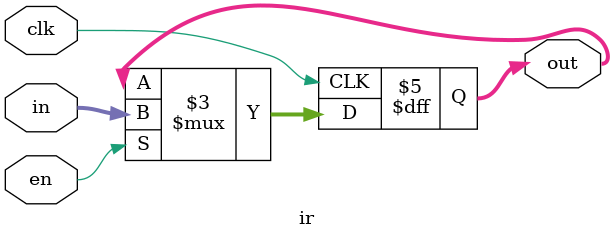
<source format=v>
module ir(
input [31:0]in,
output reg [31:0]out,
input clk,
input en
);
always@(posedge clk)begin

if(en) out=in;

end
endmodule

</source>
